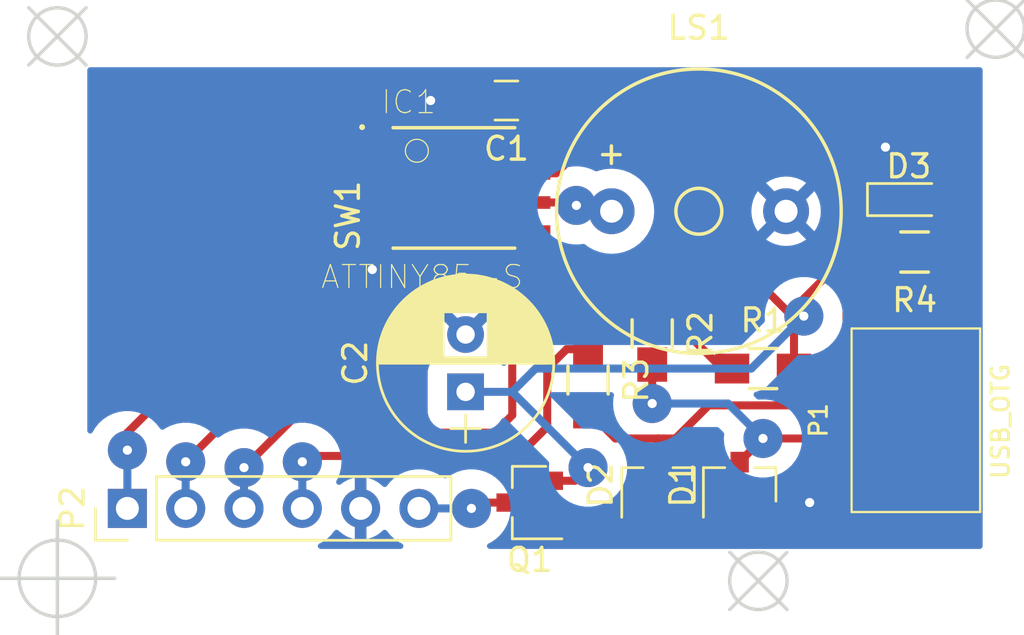
<source format=kicad_pcb>
(kicad_pcb (version 20221018) (generator pcbnew)
  (layers (0 "F.Cu" signal) (31 "B.Cu" signal) (34 "B.Paste" user) (35 "F.Paste" user) (36 "B.SilkS" user "B.Silkscreen") (37 "F.SilkS" user "F.Silkscreen") (38 "B.Mask" user) (39 "F.Mask" user) (44 "Edge.Cuts" user))
  (net 0 "")
  (net 1 "GND")
  (net 2 "+5V")
  (net 3 "DIT")
  (net 4 "Net-(P1-Pad4)")
  (net 5 "SCK")
  (net 6 "MISO")
  (net 7 "MOSI")
  (net 8 "RESET")
  (net 9 "Net-(P2-Pad6)")
  (net 10 "Net-(D3-Pad2)")
  (net 11 "Net-(D2-Pad1)")
  (net 12 "Net-(D1-Pad1)")
  (net 13 "Net-(IC1-Pad2)")
  (footprint "Capacitors_THT:CP_Radial_D7.5mm_P2.50mm" (layer "F.Cu") (at 141.478 73.152 90)
    (fp_text reference "C2" (at 1.25 -4.81 90) (layer "F.SilkS"))
    (fp_text value "33u")
    (fp_line (start -2.2 0) (end -1 0) (stroke (width 0.12)) (layer "F.SilkS"))
    (fp_line (start -1.6 -0.65) (end -1.6 0.65) (stroke (width 0.12)) (layer "F.SilkS"))
    (fp_line (start 1.25 -3.8) (end 1.25 3.8) (stroke (width 0.12)) (layer "F.SilkS"))
    (fp_line (start 1.29 -3.8) (end 1.29 3.8) (stroke (width 0.12)) (layer "F.SilkS"))
    (fp_line (start 1.33 -3.8) (end 1.33 3.8) (stroke (width 0.12)) (layer "F.SilkS"))
    (fp_line (start 1.37 -3.799) (end 1.37 3.799) (stroke (width 0.12)) (layer "F.SilkS"))
    (fp_line (start 1.41 -3.797) (end 1.41 3.797) (stroke (width 0.12)) (layer "F.SilkS"))
    (fp_line (start 1.45 -3.795) (end 1.45 3.795) (stroke (width 0.12)) (layer "F.SilkS"))
    (fp_line (start 1.49 -3.793) (end 1.49 3.793) (stroke (width 0.12)) (layer "F.SilkS"))
    (fp_line (start 1.53 -3.79) (end 1.53 -0.98) (stroke (width 0.12)) (layer "F.SilkS"))
    (fp_line (start 1.53 0.98) (end 1.53 3.79) (stroke (width 0.12)) (layer "F.SilkS"))
    (fp_line (start 1.57 -3.787) (end 1.57 -0.98) (stroke (width 0.12)) (layer "F.SilkS"))
    (fp_line (start 1.57 0.98) (end 1.57 3.787) (stroke (width 0.12)) (layer "F.SilkS"))
    (fp_line (start 1.61 -3.784) (end 1.61 -0.98) (stroke (width 0.12)) (layer "F.SilkS"))
    (fp_line (start 1.61 0.98) (end 1.61 3.784) (stroke (width 0.12)) (layer "F.SilkS"))
    (fp_line (start 1.65 -3.78) (end 1.65 -0.98) (stroke (width 0.12)) (layer "F.SilkS"))
    (fp_line (start 1.65 0.98) (end 1.65 3.78) (stroke (width 0.12)) (layer "F.SilkS"))
    (fp_line (start 1.69 -3.775) (end 1.69 -0.98) (stroke (width 0.12)) (layer "F.SilkS"))
    (fp_line (start 1.69 0.98) (end 1.69 3.775) (stroke (width 0.12)) (layer "F.SilkS"))
    (fp_line (start 1.73 -3.77) (end 1.73 -0.98) (stroke (width 0.12)) (layer "F.SilkS"))
    (fp_line (start 1.73 0.98) (end 1.73 3.77) (stroke (width 0.12)) (layer "F.SilkS"))
    (fp_line (start 1.77 -3.765) (end 1.77 -0.98) (stroke (width 0.12)) (layer "F.SilkS"))
    (fp_line (start 1.77 0.98) (end 1.77 3.765) (stroke (width 0.12)) (layer "F.SilkS"))
    (fp_line (start 1.81 -3.759) (end 1.81 -0.98) (stroke (width 0.12)) (layer "F.SilkS"))
    (fp_line (start 1.81 0.98) (end 1.81 3.759) (stroke (width 0.12)) (layer "F.SilkS"))
    (fp_line (start 1.85 -3.753) (end 1.85 -0.98) (stroke (width 0.12)) (layer "F.SilkS"))
    (fp_line (start 1.85 0.98) (end 1.85 3.753) (stroke (width 0.12)) (layer "F.SilkS"))
    (fp_line (start 1.89 -3.747) (end 1.89 -0.98) (stroke (width 0.12)) (layer "F.SilkS"))
    (fp_line (start 1.89 0.98) (end 1.89 3.747) (stroke (width 0.12)) (layer "F.SilkS"))
    (fp_line (start 1.93 -3.74) (end 1.93 -0.98) (stroke (width 0.12)) (layer "F.SilkS"))
    (fp_line (start 1.93 0.98) (end 1.93 3.74) (stroke (width 0.12)) (layer "F.SilkS"))
    (fp_line (start 1.971 -3.732) (end 1.971 -0.98) (stroke (width 0.12)) (layer "F.SilkS"))
    (fp_line (start 1.971 0.98) (end 1.971 3.732) (stroke (width 0.12)) (layer "F.SilkS"))
    (fp_line (start 2.011 -3.725) (end 2.011 -0.98) (stroke (width 0.12)) (layer "F.SilkS"))
    (fp_line (start 2.011 0.98) (end 2.011 3.725) (stroke (width 0.12)) (layer "F.SilkS"))
    (fp_line (start 2.051 -3.716) (end 2.051 -0.98) (stroke (width 0.12)) (layer "F.SilkS"))
    (fp_line (start 2.051 0.98) (end 2.051 3.716) (stroke (width 0.12)) (layer "F.SilkS"))
    (fp_line (start 2.091 -3.707) (end 2.091 -0.98) (stroke (width 0.12)) (layer "F.SilkS"))
    (fp_line (start 2.091 0.98) (end 2.091 3.707) (stroke (width 0.12)) (layer "F.SilkS"))
    (fp_line (start 2.131 -3.698) (end 2.131 -0.98) (stroke (width 0.12)) (layer "F.SilkS"))
    (fp_line (start 2.131 0.98) (end 2.131 3.698) (stroke (width 0.12)) (layer "F.SilkS"))
    (fp_line (start 2.171 -3.689) (end 2.171 -0.98) (stroke (width 0.12)) (layer "F.SilkS"))
    (fp_line (start 2.171 0.98) (end 2.171 3.689) (stroke (width 0.12)) (layer "F.SilkS"))
    (fp_line (start 2.211 -3.679) (end 2.211 -0.98) (stroke (width 0.12)) (layer "F.SilkS"))
    (fp_line (start 2.211 0.98) (end 2.211 3.679) (stroke (width 0.12)) (layer "F.SilkS"))
    (fp_line (start 2.251 -3.668) (end 2.251 -0.98) (stroke (width 0.12)) (layer "F.SilkS"))
    (fp_line (start 2.251 0.98) (end 2.251 3.668) (stroke (width 0.12)) (layer "F.SilkS"))
    (fp_line (start 2.291 -3.657) (end 2.291 -0.98) (stroke (width 0.12)) (layer "F.SilkS"))
    (fp_line (start 2.291 0.98) (end 2.291 3.657) (stroke (width 0.12)) (layer "F.SilkS"))
    (fp_line (start 2.331 -3.645) (end 2.331 -0.98) (stroke (width 0.12)) (layer "F.SilkS"))
    (fp_line (start 2.331 0.98) (end 2.331 3.645) (stroke (width 0.12)) (layer "F.SilkS"))
    (fp_line (start 2.371 -3.634) (end 2.371 -0.98) (stroke (width 0.12)) (layer "F.SilkS"))
    (fp_line (start 2.371 0.98) (end 2.371 3.634) (stroke (width 0.12)) (layer "F.SilkS"))
    (fp_line (start 2.411 -3.621) (end 2.411 -0.98) (stroke (width 0.12)) (layer "F.SilkS"))
    (fp_line (start 2.411 0.98) (end 2.411 3.621) (stroke (width 0.12)) (layer "F.SilkS"))
    (fp_line (start 2.451 -3.608) (end 2.451 -0.98) (stroke (width 0.12)) (layer "F.SilkS"))
    (fp_line (start 2.451 0.98) (end 2.451 3.608) (stroke (width 0.12)) (layer "F.SilkS"))
    (fp_line (start 2.491 -3.595) (end 2.491 -0.98) (stroke (width 0.12)) (layer "F.SilkS"))
    (fp_line (start 2.491 0.98) (end 2.491 3.595) (stroke (width 0.12)) (layer "F.SilkS"))
    (fp_line (start 2.531 -3.581) (end 2.531 -0.98) (stroke (width 0.12)) (layer "F.SilkS"))
    (fp_line (start 2.531 0.98) (end 2.531 3.581) (stroke (width 0.12)) (layer "F.SilkS"))
    (fp_line (start 2.571 -3.566) (end 2.571 -0.98) (stroke (width 0.12)) (layer "F.SilkS"))
    (fp_line (start 2.571 0.98) (end 2.571 3.566) (stroke (width 0.12)) (layer "F.SilkS"))
    (fp_line (start 2.611 -3.552) (end 2.611 -0.98) (stroke (width 0.12)) (layer "F.SilkS"))
    (fp_line (start 2.611 0.98) (end 2.611 3.552) (stroke (width 0.12)) (layer "F.SilkS"))
    (fp_line (start 2.651 -3.536) (end 2.651 -0.98) (stroke (width 0.12)) (layer "F.SilkS"))
    (fp_line (start 2.651 0.98) (end 2.651 3.536) (stroke (width 0.12)) (layer "F.SilkS"))
    (fp_line (start 2.691 -3.52) (end 2.691 -0.98) (stroke (width 0.12)) (layer "F.SilkS"))
    (fp_line (start 2.691 0.98) (end 2.691 3.52) (stroke (width 0.12)) (layer "F.SilkS"))
    (fp_line (start 2.731 -3.504) (end 2.731 -0.98) (stroke (width 0.12)) (layer "F.SilkS"))
    (fp_line (start 2.731 0.98) (end 2.731 3.504) (stroke (width 0.12)) (layer "F.SilkS"))
    (fp_line (start 2.771 -3.487) (end 2.771 -0.98) (stroke (width 0.12)) (layer "F.SilkS"))
    (fp_line (start 2.771 0.98) (end 2.771 3.487) (stroke (width 0.12)) (layer "F.SilkS"))
    (fp_line (start 2.811 -3.469) (end 2.811 -0.98) (stroke (width 0.12)) (layer "F.SilkS"))
    (fp_line (start 2.811 0.98) (end 2.811 3.469) (stroke (width 0.12)) (layer "F.SilkS"))
    (fp_line (start 2.851 -3.451) (end 2.851 -0.98) (stroke (width 0.12)) (layer "F.SilkS"))
    (fp_line (start 2.851 0.98) (end 2.851 3.451) (stroke (width 0.12)) (layer "F.SilkS"))
    (fp_line (start 2.891 -3.433) (end 2.891 -0.98) (stroke (width 0.12)) (layer "F.SilkS"))
    (fp_line (start 2.891 0.98) (end 2.891 3.433) (stroke (width 0.12)) (layer "F.SilkS"))
    (fp_line (start 2.931 -3.413) (end 2.931 -0.98) (stroke (width 0.12)) (layer "F.SilkS"))
    (fp_line (start 2.931 0.98) (end 2.931 3.413) (stroke (width 0.12)) (layer "F.SilkS"))
    (fp_line (start 2.971 -3.394) (end 2.971 -0.98) (stroke (width 0.12)) (layer "F.SilkS"))
    (fp_line (start 2.971 0.98) (end 2.971 3.394) (stroke (width 0.12)) (layer "F.SilkS"))
    (fp_line (start 3.011 -3.373) (end 3.011 -0.98) (stroke (width 0.12)) (layer "F.SilkS"))
    (fp_line (start 3.011 0.98) (end 3.011 3.373) (stroke (width 0.12)) (layer "F.SilkS"))
    (fp_line (start 3.051 -3.352) (end 3.051 -0.98) (stroke (width 0.12)) (layer "F.SilkS"))
    (fp_line (start 3.051 0.98) (end 3.051 3.352) (stroke (width 0.12)) (layer "F.SilkS"))
    (fp_line (start 3.091 -3.331) (end 3.091 -0.98) (stroke (width 0.12)) (layer "F.SilkS"))
    (fp_line (start 3.091 0.98) (end 3.091 3.331) (stroke (width 0.12)) (layer "F.SilkS"))
    (fp_line (start 3.131 -3.309) (end 3.131 -0.98) (stroke (width 0.12)) (layer "F.SilkS"))
    (fp_line (start 3.131 0.98) (end 3.131 3.309) (stroke (width 0.12)) (layer "F.SilkS"))
    (fp_line (start 3.171 -3.286) (end 3.171 -0.98) (stroke (width 0.12)) (layer "F.SilkS"))
    (fp_line (start 3.171 0.98) (end 3.171 3.286) (stroke (width 0.12)) (layer "F.SilkS"))
    (fp_line (start 3.211 -3.263) (end 3.211 -0.98) (stroke (width 0.12)) (layer "F.SilkS"))
    (fp_line (start 3.211 0.98) (end 3.211 3.263) (stroke (width 0.12)) (layer "F.SilkS"))
    (fp_line (start 3.251 -3.239) (end 3.251 -0.98) (stroke (width 0.12)) (layer "F.SilkS"))
    (fp_line (start 3.251 0.98) (end 3.251 3.239) (stroke (width 0.12)) (layer "F.SilkS"))
    (fp_line (start 3.291 -3.214) (end 3.291 -0.98) (stroke (width 0.12)) (layer "F.SilkS"))
    (fp_line (start 3.291 0.98) (end 3.291 3.214) (stroke (width 0.12)) (layer "F.SilkS"))
    (fp_line (start 3.331 -3.188) (end 3.331 -0.98) (stroke (width 0.12)) (layer "F.SilkS"))
    (fp_line (start 3.331 0.98) (end 3.331 3.188) (stroke (width 0.12)) (layer "F.SilkS"))
    (fp_line (start 3.371 -3.162) (end 3.371 -0.98) (stroke (width 0.12)) (layer "F.SilkS"))
    (fp_line (start 3.371 0.98) (end 3.371 3.162) (stroke (width 0.12)) (layer "F.SilkS"))
    (fp_line (start 3.411 -3.135) (end 3.411 -0.98) (stroke (width 0.12)) (layer "F.SilkS"))
    (fp_line (start 3.411 0.98) (end 3.411 3.135) (stroke (width 0.12)) (layer "F.SilkS"))
    (fp_line (start 3.451 -3.108) (end 3.451 -0.98) (stroke (width 0.12)) (layer "F.SilkS"))
    (fp_line (start 3.451 0.98) (end 3.451 3.108) (stroke (width 0.12)) (layer "F.SilkS"))
    (fp_line (start 3.491 -3.079) (end 3.491 3.079) (stroke (width 0.12)) (layer "F.SilkS"))
    (fp_line (start 3.531 -3.05) (end 3.531 3.05) (stroke (width 0.12)) (layer "F.SilkS"))
    (fp_line (start 3.571 -3.02) (end 3.571 3.02) (stroke (width 0.12)) (layer "F.SilkS"))
    (fp_line (start 3.611 -2.99) (end 3.611 2.99) (stroke (width 0.12)) (layer "F.SilkS"))
    (fp_line (start 3.651 -2.958) (end 3.651 2.958) (stroke (width 0.12)) (layer "F.SilkS"))
    (fp_line (start 3.691 -2.926) (end 3.691 2.926) (stroke (width 0.12)) (layer "F.SilkS"))
    (fp_line (start 3.731 -2.892) (end 3.731 2.892) (stroke (width 0.12)) (layer "F.SilkS"))
    (fp_line (start 3.771 -2.858) (end 3.771 2.858) (stroke (width 0.12)) (layer "F.SilkS"))
    (fp_line (start 3.811 -2.823) (end 3.811 2.823) (stroke (width 0.12)) (layer "F.SilkS"))
    (fp_line (start 3.851 -2.786) (end 3.851 2.786) (stroke (width 0.12)) (layer "F.SilkS"))
    (fp_line (start 3.891 -2.749) (end 3.891 2.749) (stroke (width 0.12)) (layer "F.SilkS"))
    (fp_line (start 3.931 -2.711) (end 3.931 2.711) (stroke (width 0.12)) (layer "F.SilkS"))
    (fp_line (start 3.971 -2.671) (end 3.971 2.671) (stroke (width 0.12)) (layer "F.SilkS"))
    (fp_line (start 4.011 -2.63) (end 4.011 2.63) (stroke (width 0.12)) (layer "F.SilkS"))
    (fp_line (start 4.051 -2.588) (end 4.051 2.588) (stroke (width 0.12)) (layer "F.SilkS"))
    (fp_line (start 4.091 -2.545) (end 4.091 2.545) (stroke (width 0.12)) (layer "F.SilkS"))
    (fp_line (start 4.131 -2.5) (end 4.131 2.5) (stroke (width 0.12)) (layer "F.SilkS"))
    (fp_line (start 4.171 -2.454) (end 4.171 2.454) (stroke (width 0.12)) (layer "F.SilkS"))
    (fp_line (start 4.211 -2.407) (end 4.211 2.407) (stroke (width 0.12)) (layer "F.SilkS"))
    (fp_line (start 4.251 -2.357) (end 4.251 2.357) (stroke (width 0.12)) (layer "F.SilkS"))
    (fp_line (start 4.291 -2.307) (end 4.291 2.307) (stroke (width 0.12)) (layer "F.SilkS"))
    (fp_line (start 4.331 -2.254) (end 4.331 2.254) (stroke (width 0.12)) (layer "F.SilkS"))
    (fp_line (start 4.371 -2.199) (end 4.371 2.199) (stroke (width 0.12)) (layer "F.SilkS"))
    (fp_line (start 4.411 -2.142) (end 4.411 2.142) (stroke (width 0.12)) (layer "F.SilkS"))
    (fp_line (start 4.451 -2.083) (end 4.451 2.083) (stroke (width 0.12)) (layer "F.SilkS"))
    (fp_line (start 4.491 -2.022) (end 4.491 2.022) (stroke (width 0.12)) (layer "F.SilkS"))
    (fp_line (start 4.531 -1.957) (end 4.531 1.957) (stroke (width 0.12)) (layer "F.SilkS"))
    (fp_line (start 4.571 -1.89) (end 4.571 1.89) (stroke (width 0.12)) (layer "F.SilkS"))
    (fp_line (start 4.611 -1.82) (end 4.611 1.82) (stroke (width 0.12)) (layer "F.SilkS"))
    (fp_line (start 4.651 -1.745) (end 4.651 1.745) (stroke (width 0.12)) (layer "F.SilkS"))
    (fp_line (start 4.691 -1.667) (end 4.691 1.667) (stroke (width 0.12)) (layer "F.SilkS"))
    (fp_line (start 4.731 -1.584) (end 4.731 1.584) (stroke (width 0.12)) (layer "F.SilkS"))
    (fp_line (start 4.771 -1.495) (end 4.771 1.495) (stroke (width 0.12)) (layer "F.SilkS"))
    (fp_line (start 4.811 -1.4) (end 4.811 1.4) (stroke (width 0.12)) (layer "F.SilkS"))
    (fp_line (start 4.851 -1.297) (end 4.851 1.297) (stroke (width 0.12)) (layer "F.SilkS"))
    (fp_line (start 4.891 -1.184) (end 4.891 1.184) (stroke (width 0.12)) (layer "F.SilkS"))
    (fp_line (start 4.931 -1.057) (end 4.931 1.057) (stroke (width 0.12)) (layer "F.SilkS"))
    (fp_line (start 4.971 -0.913) (end 4.971 0.913) (stroke (width 0.12)) (layer "F.SilkS"))
    (fp_line (start 5.011 -0.74) (end 5.011 0.74) (stroke (width 0.12)) (layer "F.SilkS"))
    (fp_line (start 5.051 -0.513) (end 5.051 0.513) (stroke (width 0.12)) (layer "F.SilkS"))
    (fp_circle (center 1.25 0) (end 5.09 0) (stroke (width 0.12)) (fill none) (layer "F.SilkS"))
    (pad "1" thru_hole rect (at 0 0 90) (size 1.6 1.6) (drill 0.8) (layers "*.Cu" "*.Mask") (net 2 "+5V"))
    (pad "2" thru_hole circle (at 2.5 0 90) (size 1.6 1.6) (drill 0.8) (layers "*.Cu" "*.Mask") (net 1 "GND"))
  )
  (footprint "Capacitors_SMD:C_0805_HandSoldering" (layer "F.Cu") (at 143.256 60.452 180)
    (fp_text reference "C1" (at 0 -2.1 180) (layer "F.SilkS"))
    (fp_text value "0.1u")
    (fp_line (start -0.5 0.85) (end 0.5 0.85) (stroke (width 0.12)) (layer "F.SilkS"))
    (fp_line (start 0.5 -0.85) (end -0.5 -0.85) (stroke (width 0.12)) (layer "F.SilkS"))
    (pad "1" smd rect (at -1.25 0 180) (size 1.5 1.25) (layers "F.Cu" "F.Paste" "F.Mask") (net 2 "+5V"))
    (pad "2" smd rect (at 1.25 0 180) (size 1.5 1.25) (layers "F.Cu" "F.Paste" "F.Mask") (net 1 "GND"))
  )
  (footprint "Buzzers_Beepers:Buzzer_12x9.5RM7.6" (layer "F.Cu") (at 151.638 65.278)
    (fp_text reference "LS1" (at 0 -8.001) (layer "F.SilkS"))
    (fp_text value "Speaker")
    (fp_text user "+" (at -3.81 -2.54) (layer "F.SilkS"))
    (fp_circle (center 0 0) (end 1.00076 0) (stroke (width 0.15)) (fill none) (layer "F.SilkS"))
    (fp_circle (center 0 0) (end 6.20014 0) (stroke (width 0.15)) (fill none) (layer "F.SilkS"))
    (pad "1" thru_hole circle (at -3.79984 0) (size 2 2) (drill 1.00076) (layers "*.Cu" "*.Mask") (net 6 "MISO"))
    (pad "2" thru_hole circle (at 3.79984 0) (size 2 2) (drill 1.00076) (layers "*.Cu" "*.Mask") (net 1 "GND"))
  )
  (footprint "Pin_Headers:Pin_Header_Straight_1x06_Pitch2.54mm" (layer "F.Cu") (at 126.746 78.232 90)
    (fp_text reference "P2" (at 0 -2.39 90) (layer "F.SilkS"))
    (fp_text value "CONN_01X06")
    (fp_line (start -1.39 -1.39) (end 0 -1.39) (stroke (width 0.12)) (layer "F.SilkS"))
    (fp_line (start -1.39 0) (end -1.39 -1.39) (stroke (width 0.12)) (layer "F.SilkS"))
    (fp_line (start -1.39 1.27) (end -1.39 14.09) (stroke (width 0.12)) (layer "F.SilkS"))
    (fp_line (start -1.39 14.09) (end 1.39 14.09) (stroke (width 0.12)) (layer "F.SilkS"))
    (fp_line (start 1.39 1.27) (end -1.39 1.27) (stroke (width 0.12)) (layer "F.SilkS"))
    (fp_line (start 1.39 14.09) (end 1.39 1.27) (stroke (width 0.12)) (layer "F.SilkS"))
    (pad "1" thru_hole rect (at 0 0 90) (size 1.7 1.7) (drill 1) (layers "*.Cu" "*.Mask") (net 8 "RESET"))
    (pad "2" thru_hole oval (at 0 2.54 90) (size 1.7 1.7) (drill 1) (layers "*.Cu" "*.Mask") (net 5 "SCK"))
    (pad "3" thru_hole oval (at 0 5.08 90) (size 1.7 1.7) (drill 1) (layers "*.Cu" "*.Mask") (net 6 "MISO"))
    (pad "4" thru_hole oval (at 0 7.62 90) (size 1.7 1.7) (drill 1) (layers "*.Cu" "*.Mask") (net 7 "MOSI"))
    (pad "5" thru_hole oval (at 0 10.16 90) (size 1.7 1.7) (drill 1) (layers "*.Cu" "*.Mask") (net 1 "GND"))
    (pad "6" thru_hole oval (at 0 12.7 90) (size 1.7 1.7) (drill 1) (layers "*.Cu" "*.Mask") (net 9 "Net-(P2-Pad6)"))
  )
  (footprint "azbuka:MOSFET-SOT-23" (layer "F.Cu") (at 144.272 77.978 180)
    (fp_text reference "Q1" (at 0 -2.5 180) (layer "F.SilkS"))
    (fp_text value "MOSFET_P_CH")
    (fp_line (start 0.76 -1.58) (end -1.4 -1.58) (stroke (width 0.12)) (layer "F.SilkS"))
    (fp_line (start 0.76 -1.58) (end 0.76 -0.65) (stroke (width 0.12)) (layer "F.SilkS"))
    (fp_line (start 0.76 1.58) (end -0.7 1.58) (stroke (width 0.12)) (layer "F.SilkS"))
    (fp_line (start 0.76 1.58) (end 0.76 0.65) (stroke (width 0.12)) (layer "F.SilkS"))
    (pad "D" smd rect (at 1 0 180) (size 0.9 0.8) (layers "F.Cu" "F.Paste" "F.Mask") (net 9 "Net-(P2-Pad6)"))
    (pad "G" smd rect (at -1 -0.95 180) (size 0.9 0.8) (layers "F.Cu" "F.Paste" "F.Mask") (net 1 "GND"))
    (pad "S" smd rect (at -1 0.95 180) (size 0.9 0.8) (layers "F.Cu" "F.Paste" "F.Mask") (net 2 "+5V"))
  )
  (footprint "azbuka:MICRO-B_USB-INVERTED" (layer "F.Cu") (at 162.69 74.39 90)
    (fp_text reference "P1" (at 0 -5.842 90) (layer "F.SilkS") (effects (font (size 0.762 0.762) (thickness 0.127))))
    (fp_text value "USB_OTG" (at -0.05 2.09 90) (layer "F.SilkS") (effects (font (size 0.762 0.762) (thickness 0.127))))
    (fp_line (start -4.0005 -4.39928) (end 4.0005 -4.39928) (stroke (width 0.09906)) (layer "F.SilkS"))
    (fp_line (start -4.0005 1.00076) (end -4.0005 -4.39928) (stroke (width 0.09906)) (layer "F.SilkS"))
    (fp_line (start -4.0005 1.00076) (end -4.0005 1.19888) (stroke (width 0.09906)) (layer "F.SilkS"))
    (fp_line (start 4.0005 -4.39928) (end 4.0005 1.00076) (stroke (width 0.09906)) (layer "F.SilkS"))
    (fp_line (start 4.0005 1.00076) (end 4.0005 1.19888) (stroke (width 0.09906)) (layer "F.SilkS"))
    (fp_line (start 4.0005 1.19888) (end -4.0005 1.19888) (stroke (width 0.09906)) (layer "F.SilkS"))
    (pad "" smd rect (at -3.79984 -1.4478 90) (size 2 1.89738) (layers "F.Cu" "F.Paste" "F.Mask"))
    (pad "" smd rect (at -3.556 -3.99796 90) (size 2.5 1.59766) (layers "F.Cu" "F.Paste" "F.Mask"))
    (pad "" smd rect (at -1.19888 -1.4478 90) (size 1.89738 1.89738) (layers "F.Cu" "F.Paste" "F.Mask"))
    (pad "" smd rect (at 1.19888 -1.4478 90) (size 1.89992 1.89738) (layers "F.Cu" "F.Paste" "F.Mask"))
    (pad "" smd rect (at 3.81 -3.99796 90) (size 2.5 1.59766) (layers "F.Cu" "F.Paste" "F.Mask"))
    (pad "" smd rect (at 4.064 -1.4478 90) (size 2 1.89738) (layers "F.Cu" "F.Paste" "F.Mask"))
    (pad "1" smd rect (at 1.29794 -4.12496 90) (size 0.39878 1.3462) (layers "F.Cu" "F.Paste" "F.Mask") (net 2 "+5V") (clearance 0.2032))
    (pad "2" smd rect (at 0.6477 -4.12496 90) (size 0.39878 1.3462) (layers "F.Cu" "F.Paste" "F.Mask") (net 11 "Net-(D2-Pad1)") (clearance 0.2032))
    (pad "3" smd rect (at 0 -4.12496 90) (size 0.39878 1.3462) (layers "F.Cu" "F.Paste" "F.Mask") (net 12 "Net-(D1-Pad1)") (clearance 0.2032))
    (pad "4" smd rect (at -0.6477 -4.12496 90) (size 0.39878 1.3462) (layers "F.Cu" "F.Paste" "F.Mask") (net 4 "Net-(P1-Pad4)") (clearance 0.2032))
    (pad "5" smd rect (at -1.29794 -4.12496 90) (size 0.39878 1.3462) (layers "F.Cu" "F.Paste" "F.Mask") (net 1 "GND") (clearance 0.2032))
  )
  (footprint "Resistors_SMD:R_0805_HandSoldering" (layer "F.Cu") (at 154.432 72.136)
    (fp_text reference "R1" (at 0 -2.1) (layer "F.SilkS"))
    (fp_text value "2.2k")
    (fp_line (start -0.6 -0.875) (end 0.6 -0.875) (stroke (width 0.15)) (layer "F.SilkS"))
    (fp_line (start 0.6 0.875) (end -0.6 0.875) (stroke (width 0.15)) (layer "F.SilkS"))
    (pad "1" smd rect (at -1.35 0) (size 1.5 1.3) (layers "F.Cu" "F.Paste" "F.Mask") (net 7 "MOSI"))
    (pad "2" smd rect (at 1.35 0) (size 1.5 1.3) (layers "F.Cu" "F.Paste" "F.Mask") (net 2 "+5V"))
  )
  (footprint "Resistors_SMD:R_0805_HandSoldering" (layer "F.Cu") (at 149.606 70.612 -90)
    (fp_text reference "R2" (at 0 -2.1 270) (layer "F.SilkS"))
    (fp_text value "47")
    (fp_line (start -0.6 -0.875) (end 0.6 -0.875) (stroke (width 0.15)) (layer "F.SilkS"))
    (fp_line (start 0.6 0.875) (end -0.6 0.875) (stroke (width 0.15)) (layer "F.SilkS"))
    (pad "1" smd rect (at -1.35 0 270) (size 1.5 1.3) (layers "F.Cu" "F.Paste" "F.Mask") (net 5 "SCK"))
    (pad "2" smd rect (at 1.35 0 270) (size 1.5 1.3) (layers "F.Cu" "F.Paste" "F.Mask") (net 12 "Net-(D1-Pad1)"))
  )
  (footprint "Resistors_SMD:R_0805_HandSoldering" (layer "F.Cu") (at 146.812 72.644 -90)
    (fp_text reference "R3" (at 0 -2.1 270) (layer "F.SilkS"))
    (fp_text value "47")
    (fp_line (start -0.6 -0.875) (end 0.6 -0.875) (stroke (width 0.15)) (layer "F.SilkS"))
    (fp_line (start 0.6 0.875) (end -0.6 0.875) (stroke (width 0.15)) (layer "F.SilkS"))
    (pad "1" smd rect (at -1.35 0 270) (size 1.5 1.3) (layers "F.Cu" "F.Paste" "F.Mask") (net 7 "MOSI"))
    (pad "2" smd rect (at 1.35 0 270) (size 1.5 1.3) (layers "F.Cu" "F.Paste" "F.Mask") (net 11 "Net-(D2-Pad1)"))
  )
  (footprint "ATTINY85-20SU:SOIC127P798X216-8N" (layer "F.Cu") (at 140.97 64.262)
    (fp_text reference "IC1" (at -1.969 -3.7425) (layer "F.SilkS") (effects (font (thickness 0.05))))
    (fp_text value "ATTINY85-S" (at -1.384 3.879) (layer "F.SilkS") (effects (font (thickness 0.05))))
    (fp_line (start -2.65 -2.625) (end 2.65 -2.625) (stroke (width 0.1524)) (layer "F.SilkS"))
    (fp_line (start -2.65 2.625) (end 2.65 2.625) (stroke (width 0.1524)) (layer "F.SilkS"))
    (fp_circle (center -4 -2.65) (end -3.873 -2.65) (fill solid) (layer "F.SilkS"))
    (fp_circle (center -1.615 -1.62) (end -1.115 -1.62) (stroke (width 0.0508)) (fill none) (layer "F.SilkS"))
    (pad "1" smd rect (at -3.45 -1.905 270) (size 0.55 1.5) (layers "F.Cu" "F.Paste" "F.Mask") (net 8 "RESET"))
    (pad "2" smd rect (at -3.45 -0.635 270) (size 0.55 1.5) (layers "F.Cu" "F.Paste" "F.Mask") (net 13 "Net-(IC1-Pad2)"))
    (pad "3" smd rect (at -3.45 0.635 270) (size 0.55 1.5) (layers "F.Cu" "F.Paste" "F.Mask") (net 3 "DIT"))
    (pad "4" smd rect (at -3.45 1.905 270) (size 0.55 1.5) (layers "F.Cu" "F.Paste" "F.Mask") (net 1 "GND"))
    (pad "5" smd rect (at 3.45 1.905 270) (size 0.55 1.5) (layers "F.Cu" "F.Paste" "F.Mask") (net 7 "MOSI"))
    (pad "6" smd rect (at 3.45 0.635 270) (size 0.55 1.5) (layers "F.Cu" "F.Paste" "F.Mask") (net 6 "MISO"))
    (pad "7" smd rect (at 3.45 -0.635 270) (size 0.55 1.5) (layers "F.Cu" "F.Paste" "F.Mask") (net 5 "SCK"))
    (pad "8" smd rect (at 3.45 -1.905 270) (size 0.55 1.5) (layers "F.Cu" "F.Paste" "F.Mask") (net 2 "+5V"))
  )
  (footprint "Diodes_SMD:D_SOT-23_ANK" (layer "F.Cu") (at 153.416 77.216 90)
    (fp_text reference "D1" (at 0 -2.5 90) (layer "F.SilkS"))
    (fp_text value "3.6")
    (fp_line (start 0.76 -1.58) (end -1.4 -1.58) (stroke (width 0.12)) (layer "F.SilkS"))
    (fp_line (start 0.76 -1.58) (end 0.76 -0.65) (stroke (width 0.12)) (layer "F.SilkS"))
    (fp_line (start 0.76 1.58) (end -0.7 1.58) (stroke (width 0.12)) (layer "F.SilkS"))
    (fp_line (start 0.76 1.58) (end 0.76 0.65) (stroke (width 0.12)) (layer "F.SilkS"))
    (pad "" smd rect (at -1 0.95 90) (size 0.9 0.8) (layers "F.Cu" "F.Paste" "F.Mask"))
    (pad "1" smd rect (at 1 0 90) (size 0.9 0.8) (layers "F.Cu" "F.Paste" "F.Mask") (net 12 "Net-(D1-Pad1)"))
    (pad "2" smd rect (at -1 -0.95 90) (size 0.9 0.8) (layers "F.Cu" "F.Paste" "F.Mask") (net 1 "GND"))
  )
  (footprint "Diodes_SMD:D_SOT-23_ANK" (layer "F.Cu") (at 149.86 77.216 90)
    (fp_text reference "D2" (at 0 -2.5 90) (layer "F.SilkS"))
    (fp_text value "3.6")
    (fp_line (start 0.76 -1.58) (end -1.4 -1.58) (stroke (width 0.12)) (layer "F.SilkS"))
    (fp_line (start 0.76 -1.58) (end 0.76 -0.65) (stroke (width 0.12)) (layer "F.SilkS"))
    (fp_line (start 0.76 1.58) (end -0.7 1.58) (stroke (width 0.12)) (layer "F.SilkS"))
    (fp_line (start 0.76 1.58) (end 0.76 0.65) (stroke (width 0.12)) (layer "F.SilkS"))
    (pad "" smd rect (at -1 0.95 90) (size 0.9 0.8) (layers "F.Cu" "F.Paste" "F.Mask"))
    (pad "1" smd rect (at 1 0 90) (size 0.9 0.8) (layers "F.Cu" "F.Paste" "F.Mask") (net 11 "Net-(D2-Pad1)"))
    (pad "2" smd rect (at -1 -0.95 90) (size 0.9 0.8) (layers "F.Cu" "F.Paste" "F.Mask") (net 1 "GND"))
  )
  (footprint "Resistors_SMD:R_0805_HandSoldering" (layer "F.Cu") (at 161.036 67.056 180)
    (fp_text reference "R4" (at 0 -2.1 180) (layer "F.SilkS"))
    (fp_text value "R_Small")
    (fp_line (start -0.6 -0.875) (end 0.6 -0.875) (stroke (width 0.15)) (layer "F.SilkS"))
    (fp_line (start 0.6 0.875) (end -0.6 0.875) (stroke (width 0.15)) (layer "F.SilkS"))
    (pad "1" smd rect (at -1.35 0 180) (size 1.5 1.3) (layers "F.Cu" "F.Paste" "F.Mask") (net 10 "Net-(D3-Pad2)"))
    (pad "2" smd rect (at 1.35 0 180) (size 1.5 1.3) (layers "F.Cu" "F.Paste" "F.Mask") (net 2 "+5V"))
  )
  (footprint "LEDs:LED_0805" (layer "F.Cu") (at 160.782 64.77)
    (fp_text reference "D3" (at 0 -1.45) (layer "F.SilkS"))
    (fp_text value "LED")
    (fp_line (start -1.8 -0.7) (end -1.8 0.7) (stroke (width 0.12)) (layer "F.SilkS"))
    (fp_line (start -1.8 -0.7) (end 1 -0.7) (stroke (width 0.12)) (layer "F.SilkS"))
    (fp_line (start -1.8 0.7) (end 1 0.7) (stroke (width 0.12)) (layer "F.SilkS"))
    (pad "1" smd rect (at -1.1 0 180) (size 1.2 1.2) (layers "F.Cu" "F.Paste" "F.Mask") (net 1 "GND"))
    (pad "2" smd rect (at 1.1 0 180) (size 1.2 1.2) (layers "F.Cu" "F.Paste" "F.Mask") (net 10 "Net-(D3-Pad2)"))
  )
  (footprint "azbuka:SMD_RED_TACTILE_SWITCH" (layer "F.Cu") (at 130.45 65.475 90)
    (fp_text reference "SW1" (at 0 5.9 90) (layer "F.SilkS"))
    (fp_text value "TACT-SWITCH")
    (pad "1" smd rect (at -4.25 -2.25 90) (size 2 1.5) (layers "F.Cu" "F.Paste" "F.Mask") (net 1 "GND"))
    (pad "1" smd rect (at 4.25 -2.25 90) (size 2 1.5) (layers "F.Cu" "F.Paste" "F.Mask") (net 1 "GND"))
    (pad "2" smd rect (at -4.25 2.25 90) (size 2 1.5) (layers "F.Cu" "F.Paste" "F.Mask") (net 3 "DIT"))
    (pad "2" smd rect (at 4.25 2.25 90) (size 2 1.5) (layers "F.Cu" "F.Paste" "F.Mask") (net 3 "DIT"))
  )
  (target x (at 123.698 57.658) (size 2.5) (width 0.15) (layer "Edge.Cuts"))
  (target x (at 154.23 81.39) (size 2.5) (width 0.15) (layer "Edge.Cuts"))
  (target x (at 164.57 57.32) (size 2.5) (width 0.15) (layer "Edge.Cuts"))
  (target plus (at 123.698 81.28) (size 5) (width 0.15) (layer "Edge.Cuts"))
  (segment (start 137.52 67.712) (end 137.414 67.818) (width 0.35) (layer "F.Cu") (net 1))
  (segment (start 159.682 62.568) (end 159.766 62.484) (width 0.35) (layer "F.Cu") (net 1))
  (segment (start 152.466 78.928) (end 152.146 79.248) (width 0.35) (layer "F.Cu") (net 1))
  (segment (start 152.146 79.248) (end 149.098 79.248) (width 0.35) (layer "F.Cu") (net 1))
  (segment (start 149.098 79.248) (end 148.91 79.06) (width 0.35) (layer "F.Cu") (net 1))
  (segment (start 148.91 79.06) (end 148.91 78.216) (width 0.35) (layer "F.Cu") (net 1))
  (segment (start 145.404 79.06) (end 145.272 78.928) (width 0.35) (layer "F.Cu") (net 1))
  (segment (start 157.23006 75.68794) (end 156.464 76.454) (width 0.35) (layer "F.Cu") (net 1))
  (segment (start 156.464 76.454) (end 156.464 77.978) (width 0.35) (layer "F.Cu") (net 1))
  (segment (start 152.466 79.06) (end 152.654 79.248) (width 0.35) (layer "F.Cu") (net 1))
  (segment (start 152.654 79.248) (end 155.194 79.248) (width 0.35) (layer "F.Cu") (net 1))
  (segment (start 155.194 79.248) (end 156.464 77.978) (width 0.35) (layer "F.Cu") (net 1))
  (segment (start 136.533 66.167) (end 135.725 66.975) (width 0.35) (layer "F.Cu") (net 1))
  (segment (start 135.725 66.975) (end 135.725 71) (width 0.35) (layer "F.Cu") (net 1))
  (segment (start 135.725 71) (end 135.175 71.55) (width 0.35) (layer "F.Cu") (net 1))
  (segment (start 130.025 71.55) (end 128.2 69.725) (width 0.35) (layer "F.Cu") (net 1))
  (segment (start 157.32206 75.68794) (end 158.56504 75.68794) (width 0.35) (layer "F.Cu") (net 1))
  (segment (start 135.175 71.55) (end 130.025 71.55) (width 0.35) (layer "F.Cu") (net 1))
  (segment (start 148.91 79.06) (end 145.404 79.06) (width 0.35) (layer "F.Cu") (net 1))
  (segment (start 157.32206 75.68794) (end 157.23006 75.68794) (width 0.35) (layer "F.Cu") (net 1))
  (segment (start 152.466 78.928) (end 152.466 79.06) (width 0.35) (layer "F.Cu") (net 1))
  (segment (start 142.006 60.452) (end 139.954 60.452) (width 0.35) (layer "F.Cu") (net 1))
  (segment (start 137.52 66.167) (end 137.52 67.712) (width 0.35) (layer "F.Cu") (net 1))
  (segment (start 152.466 78.216) (end 152.466 78.928) (width 0.35) (layer "F.Cu") (net 1))
  (segment (start 137.52 66.167) (end 136.533 66.167) (width 0.35) (layer "F.Cu") (net 1))
  (segment (start 128.2 69.725) (end 128.2 61.225) (width 0.35) (layer "F.Cu") (net 1))
  (segment (start 159.682 64.77) (end 159.682 62.568) (width 0.35) (layer "F.Cu") (net 1))
  (via (at 159.766 62.484) (size 1.7) (drill 0.4) (layers "F.Cu" "B.Cu") (net 1))
  (via (at 137.414 67.818) (size 1.7) (drill 0.4) (layers "F.Cu" "B.Cu") (net 1))
  (via (at 139.954 60.452) (size 1.7) (drill 0.4) (layers "F.Cu" "B.Cu") (net 1))
  (via (at 156.464 77.978) (size 1.7) (drill 0.4) (layers "F.Cu" "B.Cu") (net 1))
  (segment (start 144.42 60.538) (end 144.506 60.452) (width 0.35) (layer "F.Cu") (net 2))
  (segment (start 155.782 70.278) (end 156.21 69.85) (width 0.35) (layer "F.Cu") (net 2))
  (segment (start 155.702 69.85) (end 151.892 66.04) (width 0.35) (layer "F.Cu") (net 2))
  (segment (start 151.892 66.04) (end 151.892 62.992) (width 0.35) (layer "F.Cu") (net 2))
  (segment (start 151.892 62.992) (end 149.352 60.452) (width 0.35) (layer "F.Cu") (net 2))
  (segment (start 156.21 69.088) (end 158.242 67.056) (width 0.35) (layer "F.Cu") (net 2))
  (segment (start 158.242 67.056) (end 159.686 67.056) (width 0.35) (layer "F.Cu") (net 2))
  (segment (start 158.56504 72.71304) (end 158.242 72.39) (width 0.35) (layer "F.Cu") (net 2))
  (segment (start 158.242 72.39) (end 156.036 72.39) (width 0.35) (layer "F.Cu") (net 2))
  (segment (start 156.036 72.39) (end 155.782 72.136) (width 0.35) (layer "F.Cu") (net 2))
  (segment (start 146.238 77.028) (end 146.812 76.454) (width 0.35) (layer "F.Cu") (net 2))
  (segment (start 156.21 69.85) (end 155.702 69.85) (width 0.35) (layer "F.Cu") (net 2))
  (segment (start 155.782 72.136) (end 155.782 70.278) (width 0.35) (layer "F.Cu") (net 2))
  (segment (start 145.272 77.028) (end 146.238 77.028) (width 0.35) (layer "F.Cu") (net 2))
  (segment (start 144.506 60.452) (end 149.352 60.452) (width 0.35) (layer "F.Cu") (net 2))
  (segment (start 156.21 69.85) (end 156.21 69.088) (width 0.35) (layer "F.Cu") (net 2))
  (segment (start 144.42 62.357) (end 144.42 60.538) (width 0.35) (layer "F.Cu") (net 2))
  (segment (start 158.56504 73.09206) (end 158.56504 72.71304) (width 0.35) (layer "F.Cu") (net 2))
  (via (at 156.21 69.85) (size 1.7) (drill 0.4) (layers "F.Cu" "B.Cu") (net 2))
  (via (at 146.812 76.454) (size 1.7) (drill 0.4) (layers "F.Cu" "B.Cu") (net 2))
  (segment (start 148.336 72.136) (end 153.924 72.136) (width 0.35) (layer "B.Cu") (net 2))
  (segment (start 156.21 69.85) (end 153.924 72.136) (width 0.35) (layer "B.Cu") (net 2))
  (segment (start 146.812 76.454) (end 143.51 73.152) (width 0.35) (layer "B.Cu") (net 2))
  (segment (start 143.51 73.152) (end 141.478 73.152) (width 0.35) (layer "B.Cu") (net 2))
  (segment (start 144.526 72.136) (end 143.51 73.152) (width 0.35) (layer "B.Cu") (net 2))
  (segment (start 148.336 72.136) (end 144.526 72.136) (width 0.35) (layer "B.Cu") (net 2))
  (segment (start 134.95 64.897) (end 134.928 64.897) (width 0.35) (layer "F.Cu") (net 3))
  (segment (start 134.147 64.897) (end 132.7 63.45) (width 0.35) (layer "F.Cu") (net 3))
  (segment (start 132.7 63.45) (end 132.7 61.225) (width 0.35) (layer "F.Cu") (net 3))
  (segment (start 134.147 65.028) (end 132.7 66.475) (width 0.35) (layer "F.Cu") (net 3))
  (segment (start 132.7 66.475) (end 132.7 69.725) (width 0.35) (layer "F.Cu") (net 3))
  (segment (start 134.972 64.897) (end 134.95 64.897) (width 0.35) (layer "F.Cu") (net 3))
  (segment (start 134.95 64.897) (end 134.147 64.897) (width 0.35) (layer "F.Cu") (net 3))
  (segment (start 137.52 64.897) (end 134.972 64.897) (width 0.35) (layer "F.Cu") (net 3))
  (segment (start 134.147 64.897) (end 134.147 65.028) (width 0.35) (layer "F.Cu") (net 3))
  (segment (start 149.606 67.818) (end 150.368 67.056) (width 0.35) (layer "F.Cu") (net 5))
  (segment (start 150.368 67.056) (end 150.368 64.262) (width 0.35) (layer "F.Cu") (net 5))
  (segment (start 150.368 64.262) (end 148.59 62.484) (width 0.35) (layer "F.Cu") (net 5))
  (segment (start 148.59 62.484) (end 146.558 62.484) (width 0.35) (layer "F.Cu") (net 5))
  (segment (start 146.558 62.484) (end 145.415 63.627) (width 0.35) (layer "F.Cu") (net 5))
  (segment (start 145.415 63.627) (end 144.42 63.627) (width 0.35) (layer "F.Cu") (net 5))
  (segment (start 129.286 76.2) (end 132.334 73.152) (width 0.35) (layer "F.Cu") (net 5))
  (segment (start 132.334 73.152) (end 136.144 73.152) (width 0.35) (layer "F.Cu") (net 5))
  (segment (start 140.97 68.326) (end 140.97 64.77) (width 0.35) (layer "F.Cu") (net 5))
  (segment (start 140.97 64.77) (end 142.113 63.627) (width 0.35) (layer "F.Cu") (net 5))
  (segment (start 144.42 63.627) (end 142.113 63.627) (width 0.35) (layer "F.Cu") (net 5))
  (segment (start 137.16 73.152) (end 139.954 70.358) (width 0.35) (layer "F.Cu") (net 5))
  (segment (start 139.954 70.358) (end 139.954 69.342) (width 0.35) (layer "F.Cu") (net 5))
  (segment (start 139.954 69.342) (end 140.97 68.326) (width 0.35) (layer "F.Cu") (net 5))
  (segment (start 136.144 73.152) (end 137.16 73.152) (width 0.35) (layer "F.Cu") (net 5))
  (segment (start 149.606 69.262) (end 149.606 67.818) (width 0.35) (layer "F.Cu") (net 5))
  (via (at 129.286 76.2) (size 1.7) (drill 0.4) (layers "F.Cu" "B.Cu") (net 5))
  (segment (start 129.286 76.2) (end 129.286 78.232) (width 0.35) (layer "B.Cu") (net 5))
  (segment (start 146.177 64.897) (end 146.304 65.024) (width 0.35) (layer "F.Cu") (net 6))
  (segment (start 131.826 76.454) (end 134.112 74.168) (width 0.35) (layer "F.Cu") (net 6))
  (segment (start 134.112 74.168) (end 137.414 74.168) (width 0.35) (layer "F.Cu") (net 6))
  (segment (start 143.256 68.58) (end 141.986 67.31) (width 0.35) (layer "F.Cu") (net 6))
  (segment (start 141.986 67.31) (end 141.986 65.786) (width 0.35) (layer "F.Cu") (net 6))
  (segment (start 141.986 65.786) (end 142.875 64.897) (width 0.35) (layer "F.Cu") (net 6))
  (segment (start 144.42 64.897) (end 142.875 64.897) (width 0.35) (layer "F.Cu") (net 6))
  (segment (start 139.192 74.168) (end 139.954 74.93) (width 0.35) (layer "F.Cu") (net 6))
  (segment (start 139.954 74.93) (end 142.748 74.93) (width 0.35) (layer "F.Cu") (net 6))
  (segment (start 142.748 74.93) (end 143.51 74.168) (width 0.35) (layer "F.Cu") (net 6))
  (segment (start 143.51 74.168) (end 143.51 69.85) (width 0.35) (layer "F.Cu") (net 6))
  (segment (start 143.51 69.85) (end 143.256 69.596) (width 0.35) (layer "F.Cu") (net 6))
  (segment (start 143.256 69.596) (end 143.256 68.58) (width 0.35) (layer "F.Cu") (net 6))
  (segment (start 144.42 64.897) (end 146.177 64.897) (width 0.35) (layer "F.Cu") (net 6))
  (segment (start 137.414 74.168) (end 139.192 74.168) (width 0.35) (layer "F.Cu") (net 6))
  (via (at 131.826 76.454) (size 1.7) (drill 0.4) (layers "F.Cu" "B.Cu") (net 6))
  (via (at 146.304 65.024) (size 1.7) (drill 0.4) (layers "F.Cu" "B.Cu") (net 6))
  (segment (start 146.304 65.024) (end 146.558 65.278) (width 0.35) (layer "B.Cu") (net 6))
  (segment (start 146.558 65.278) (end 147.83816 65.278) (width 0.35) (layer "B.Cu") (net 6))
  (segment (start 131.826 76.454) (end 131.826 78.232) (width 0.35) (layer "B.Cu") (net 6))
  (segment (start 134.366 76.2) (end 134.62 75.946) (width 0.35) (layer "F.Cu") (net 7))
  (segment (start 134.62 75.946) (end 141.224 75.946) (width 0.35) (layer "F.Cu") (net 7))
  (segment (start 152.654 72.136) (end 151.13 70.612) (width 0.35) (layer "F.Cu") (net 7))
  (segment (start 151.13 70.612) (end 147.494 70.612) (width 0.35) (layer "F.Cu") (net 7))
  (segment (start 147.494 70.612) (end 146.812 71.294) (width 0.35) (layer "F.Cu") (net 7))
  (segment (start 144.42 68.902) (end 146.812 71.294) (width 0.35) (layer "F.Cu") (net 7))
  (segment (start 143.764 75.946) (end 145.034 74.676) (width 0.35) (layer "F.Cu") (net 7))
  (segment (start 145.034 74.676) (end 145.034 72.136) (width 0.35) (layer "F.Cu") (net 7))
  (segment (start 145.034 72.136) (end 145.876 71.294) (width 0.35) (layer "F.Cu") (net 7))
  (segment (start 145.876 71.294) (end 146.812 71.294) (width 0.35) (layer "F.Cu") (net 7))
  (segment (start 144.42 66.167) (end 144.42 68.902) (width 0.35) (layer "F.Cu") (net 7))
  (segment (start 141.224 75.946) (end 143.764 75.946) (width 0.35) (layer "F.Cu") (net 7))
  (segment (start 153.082 72.136) (end 152.654 72.136) (width 0.35) (layer "F.Cu") (net 7))
  (via (at 134.366 76.2) (size 1.7) (drill 0.4) (layers "F.Cu" "B.Cu") (net 7))
  (segment (start 134.366 78.232) (end 134.366 76.2) (width 0.35) (layer "B.Cu") (net 7))
  (segment (start 138.557 62.357) (end 139.192 62.992) (width 0.35) (layer "F.Cu") (net 8))
  (segment (start 139.192 62.992) (end 139.192 67.056) (width 0.35) (layer "F.Cu") (net 8))
  (segment (start 137.16 70.866) (end 135.636 72.39) (width 0.35) (layer "F.Cu") (net 8))
  (segment (start 135.636 72.39) (end 129.286 72.39) (width 0.35) (layer "F.Cu") (net 8))
  (segment (start 129.286 72.39) (end 126.746 74.93) (width 0.35) (layer "F.Cu") (net 8))
  (segment (start 126.746 74.93) (end 126.746 75.692) (width 0.35) (layer "F.Cu") (net 8))
  (segment (start 139.192 68.834) (end 137.16 70.866) (width 0.35) (layer "F.Cu") (net 8))
  (segment (start 139.192 67.056) (end 139.192 68.834) (width 0.35) (layer "F.Cu") (net 8))
  (segment (start 138.557 62.357) (end 137.52 62.357) (width 0.35) (layer "F.Cu") (net 8))
  (via (at 126.746 75.692) (size 1.7) (drill 0.4) (layers "F.Cu" "B.Cu") (net 8))
  (segment (start 126.746 78.232) (end 126.746 75.692) (width 0.35) (layer "B.Cu") (net 8))
  (segment (start 141.986 77.978) (end 141.732 78.232) (width 0.35) (layer "F.Cu") (net 9))
  (segment (start 143.272 77.978) (end 141.986 77.978) (width 0.35) (layer "F.Cu") (net 9))
  (via (at 141.732 78.232) (size 1.7) (drill 0.4) (layers "F.Cu" "B.Cu") (net 9))
  (segment (start 141.732 78.232) (end 139.446 78.232) (width 0.35) (layer "B.Cu") (net 9))
  (segment (start 162.386 65.274) (end 161.882 64.77) (width 0.35) (layer "F.Cu") (net 10))
  (segment (start 162.386 67.056) (end 162.386 65.274) (width 0.35) (layer "F.Cu") (net 10))
  (segment (start 152.0637 73.7423) (end 150.556 75.25) (width 0.35) (layer "F.Cu") (net 11))
  (segment (start 150.114 75.184) (end 149.86 75.184) (width 0.35) (layer "F.Cu") (net 11))
  (segment (start 148.002 75.184) (end 146.812 73.994) (width 0.35) (layer "F.Cu") (net 11))
  (segment (start 149.86 75.184) (end 148.002 75.184) (width 0.35) (layer "F.Cu") (net 11))
  (segment (start 150.114 75.184) (end 150.622 75.184) (width 0.35) (layer "F.Cu") (net 11))
  (segment (start 149.86 76.216) (end 149.86 75.184) (width 0.35) (layer "F.Cu") (net 11))
  (segment (start 158.56504 73.7423) (end 152.0637 73.7423) (width 0.35) (layer "F.Cu") (net 11))
  (segment (start 149.606 73.66) (end 149.606 71.962) (width 0.35) (layer "F.Cu") (net 12))
  (segment (start 157.512 74.39) (end 157.226 74.676) (width 0.35) (layer "F.Cu") (net 12))
  (segment (start 157.226 74.676) (end 156.972 74.676) (width 0.35) (layer "F.Cu") (net 12))
  (segment (start 156.972 74.676) (end 156.464 75.184) (width 0.35) (layer "F.Cu") (net 12))
  (segment (start 156.464 75.184) (end 154.432 75.184) (width 0.35) (layer "F.Cu") (net 12))
  (segment (start 153.416 76.2) (end 154.432 75.184) (width 0.35) (layer "F.Cu") (net 12))
  (segment (start 153.416 76.216) (end 153.416 76.2) (width 0.35) (layer "F.Cu") (net 12))
  (segment (start 158.56504 74.39) (end 157.512 74.39) (width 0.35) (layer "F.Cu") (net 12))
  (via (at 149.606 73.66) (size 1.7) (drill 0.4) (layers "F.Cu" "B.Cu") (net 12))
  (via (at 154.432 75.184) (size 1.7) (drill 0.4) (layers "F.Cu" "B.Cu") (net 12))
  (segment (start 154.432 75.184) (end 152.908 73.66) (width 0.35) (layer "B.Cu") (net 12))
  (segment (start 152.908 73.66) (end 149.606 73.66) (width 0.35) (layer "B.Cu") (net 12))
  (zone (net 1) (net_name "GND") (layer "B.Cu") (connect_pads (clearance 0.85)) (min_thickness 0.254) (fill yes (thermal_gap 0.508) (thermal_bridge_width 0.508))
    (polygon (pts (xy 125 59) (xy 147 59) (xy 163 59) (xy 164 59) (xy 164 80) (xy 125 80)))
  )
)
</source>
